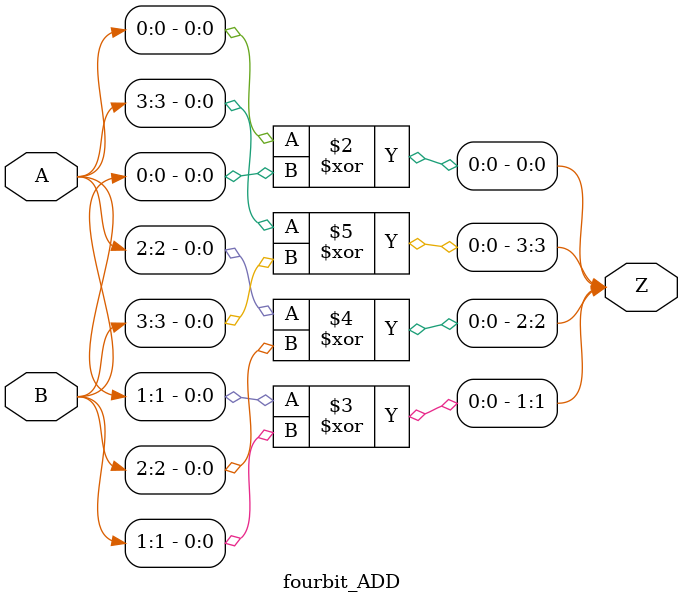
<source format=v>
/*********************
4-bit Adder circuit
Takes in two 4-bit inputs, performs bitwise
XOR on them (addition), and outputs the sum as 4-bit Z
*********************/
module fourbit_ADD(
    input [3:0] A,
    input [3:0] B,
    output reg [3:0] Z
);

// GF addition is just a bitwise XOR
always@(*) begin
	Z[0] = A[0] ^ B[0];
	
	Z[1] = A[1] ^ B[1];
	
	Z[2] = A[2] ^ B[2];

    Z[3] = A[3] ^ B[3];
	
end

endmodule
</source>
